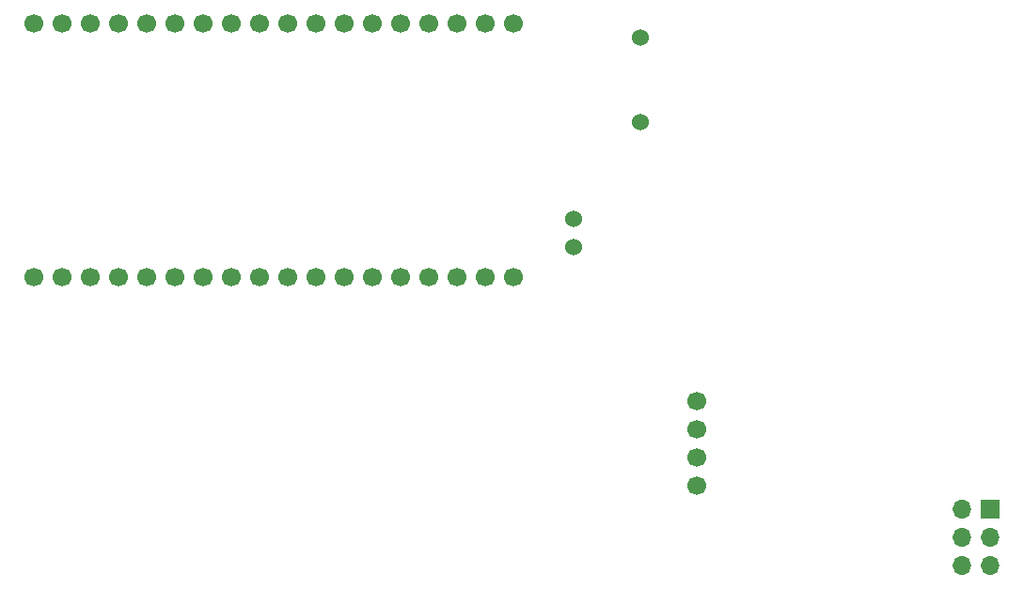
<source format=gbr>
%TF.GenerationSoftware,KiCad,Pcbnew,9.0.0*%
%TF.CreationDate,2025-03-22T20:49:06-07:00*%
%TF.ProjectId,DC33_Cnet_Badge_Main,44433333-5f43-46e6-9574-5f4261646765,rev?*%
%TF.SameCoordinates,Original*%
%TF.FileFunction,Soldermask,Top*%
%TF.FilePolarity,Negative*%
%FSLAX46Y46*%
G04 Gerber Fmt 4.6, Leading zero omitted, Abs format (unit mm)*
G04 Created by KiCad (PCBNEW 9.0.0) date 2025-03-22 20:49:06*
%MOMM*%
%LPD*%
G01*
G04 APERTURE LIST*
%ADD10C,1.524000*%
%ADD11R,1.700000X1.700000*%
%ADD12O,1.700000X1.700000*%
%ADD13C,1.700000*%
G04 APERTURE END LIST*
D10*
%TO.C,VIBRA1*%
X172500000Y-74230000D03*
X172500000Y-76770000D03*
%TD*%
D11*
%TO.C,J1*%
X210000000Y-100420000D03*
D12*
X207460000Y-100420000D03*
X210000000Y-102960000D03*
X207460000Y-102960000D03*
X210000000Y-105500000D03*
X207460000Y-105500000D03*
%TD*%
D10*
%TO.C,BUZZ1*%
X178500000Y-57880000D03*
X178500000Y-65500000D03*
%TD*%
D13*
%TO.C,U1*%
X123860000Y-79500000D03*
X126400000Y-79500000D03*
X128940000Y-79500000D03*
X131480000Y-79500000D03*
X134020000Y-79500000D03*
X136560000Y-79500000D03*
X139100000Y-79500000D03*
X141640000Y-79500000D03*
X144180000Y-79500000D03*
X146720000Y-79500000D03*
X149260000Y-79500000D03*
X151800000Y-79500000D03*
X154340000Y-79500000D03*
X156880000Y-79500000D03*
X159420000Y-79500000D03*
X161960000Y-79500000D03*
X164500000Y-79500000D03*
X167040000Y-79500000D03*
X167040000Y-56640000D03*
X164500000Y-56640000D03*
X161960000Y-56640000D03*
X159420000Y-56640000D03*
X156880000Y-56640000D03*
X154340000Y-56640000D03*
X151800000Y-56640000D03*
X149260000Y-56640000D03*
X146720000Y-56640000D03*
X144180000Y-56640000D03*
X141640000Y-56640000D03*
X139100000Y-56640000D03*
X136560000Y-56640000D03*
X134020000Y-56640000D03*
X131480000Y-56640000D03*
X128940000Y-56640000D03*
X126400000Y-56640000D03*
X123860000Y-56640000D03*
%TD*%
%TO.C,GPS1*%
X183510000Y-90690000D03*
X183510000Y-93230000D03*
X183510000Y-95770000D03*
X183510000Y-98310000D03*
%TD*%
M02*

</source>
